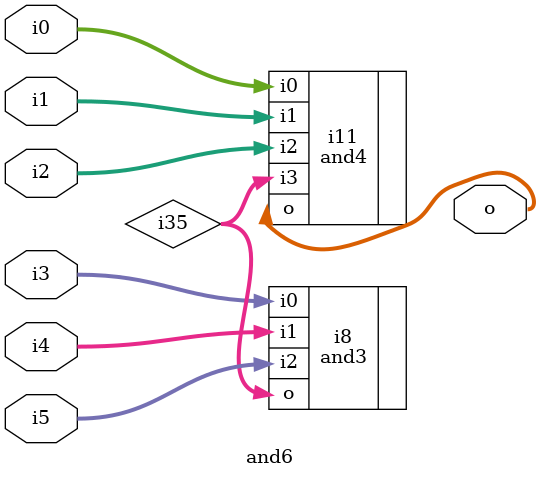
<source format=v>

module and6 (o, i0, i1, i2, i3, i4, i5 );
// generated by Concept HDL Direct Version 1.7 08-Aug-94
// on Wed Sep  7 10:29:14 1994
// from /usr3/xiltest/concept/lib/xm3000/and6/logic

  parameter size = 0;

  output [size-1:0] o;
  input [size-1:0] i0;
  input [size-1:0] i1;
  input [size-1:0] i2;
  input [size-1:0] i3;
  input [size-1:0] i4;
  input [size-1:0] i5;

  wire [size-1:0] i35;

// begin instances 

  and3 i8  (.i0(i3[size-1:0]),
	.i1(i4[size-1:0]),
	.i2(i5[size-1:0]),
	.o(i35[size-1:0]));
  defparam i8.size = size;

  and4 i11  (.i0(i0[size-1:0]),
	.i1(i1[size-1:0]),
	.i2(i2[size-1:0]),
	.i3(i35[size-1:0]),
	.o(o[size-1:0]));
  defparam i11.size = size;

endmodule // and6(logic) 

</source>
